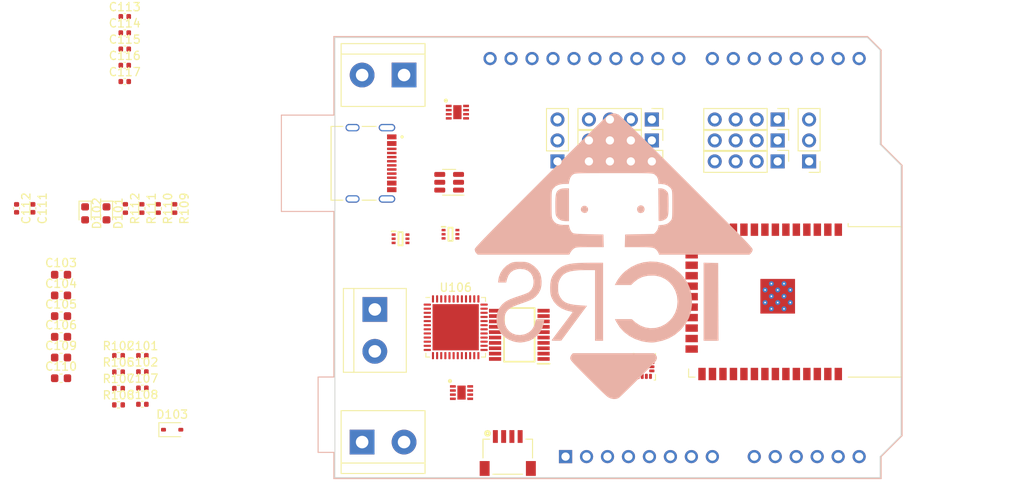
<source format=kicad_pcb>
(kicad_pcb (version 20221018) (generator pcbnew)
  (layers (0 "F.Cu" signal) (1 "In1.Cu" signal) (2 "In2.Cu" signal) (31 "B.Cu" signal) (34 "B.Paste" user) (35 "F.Paste" user) (36 "B.SilkS" user "B.Silkscreen") (37 "F.SilkS" user "F.Silkscreen") (38 "B.Mask" user) (39 "F.Mask" user) (44 "Edge.Cuts" user))
  (net 0 "")
  (net 16 "GND")
  (net 17 "/5V_BST")
  (net 18 "/5V_SW")
  (net 19 "+5V")
  (net 20 "/3V3_BST")
  (net 21 "/3V3_SW")
  (net 22 "+3.3V")
  (net 23 "VBUS")
  (net 24 "/5V_FB")
  (net 25 "/3V3_FB")
  (net 26 "USB_DP")
  (net 27 "USB_DN")
  (net 31 "/CC1")
  (net 32 "/CC2")
  (net 33 "EN")
  (net 34 "+BATT")
  (net 35 "SDA")
  (net 36 "SCL")
  (net 37 "/5V_LED_K")
  (net 38 "/3V3_LED_K")
  (net 39 "VBUS{slash}2")
  (net 40 "BATT{slash}4")
  (net 41 "IMU_INT1")
  (net 42 "IMU_INT2")
  (net 45 "ESP32_RX")
  (net 46 "ESP32_TX")
  (net 47 "GPIO5")
  (net 48 "GPIO23")
  (net 49 "GPIO19")
  (net 50 "GPIO18")
  (net 51 "/M1_OUT1")
  (net 52 "GPIO32")
  (net 53 "GPIO33")
  (net 54 "GPIO25")
  (net 55 "GPIO26")
  (net 56 "GPIO27")
  (net 57 "GPIO14")
  (net 58 "GPIO12")
  (net 59 "GPIO13")
  (net 66 "GPIO15")
  (net 67 "GPIO2")
  (net 68 "IO0")
  (net 69 "GPIO4")
  (net 70 "GPIO16")
  (net 71 "GPIO17")
  (net 73 "/M1_OUT2")
  (net 74 "M1_IN2")
  (net 75 "M1_IN1")
  (net 76 "MOTOR_SLEEP")
  (net 77 "/M2_OUT1")
  (net 78 "/M2_OUT2")
  (net 79 "M2_IN2")
  (net 80 "M2_IN1")
  (net 81 "S0")
  (net 82 "S1")
  (net 83 "S2")
  (net 84 "S3")
  (net 85 "S4")
  (net 86 "S5")
  (net 87 "S6")
  (net 88 "S7")
  (net 89 "VDDIO1")
  (net 90 "VDDIO2")
  (net 91 "+3V3")
  (net 100 "SWDIO")
  (net 101 "SWCLK")
  (footprint "Connector_PinHeader_2.54mm:PinHeader_1x04_P2.54mm_Vertical" (layer "F.Cu") (at 161.29 74.93 -90)
    (fp_text reference "J106" hide)
    (fp_text value "Conn_01x04" hide)
    (pad "1" thru_hole rect (at 0 0 270) (size 1.7 1.7) (drill 1) (layers "*.Cu" "*.Mask") (net 89 "VDDIO1"))
    (pad "2" thru_hole oval (at 0 2.54 270) (size 1.7 1.7) (drill 1) (layers "*.Cu" "*.Mask") (net 89 "VDDIO1"))
    (pad "3" thru_hole oval (at 0 5.08 270) (size 1.7 1.7) (drill 1) (layers "*.Cu" "*.Mask") (net 89 "VDDIO1"))
    (pad "4" thru_hole oval (at 0 7.62 270) (size 1.7 1.7) (drill 1) (layers "*.Cu" "*.Mask") (net 89 "VDDIO1"))
  )
  (footprint "Capacitor_SMD:C_0402_1005Metric" (layer "F.Cu") (at 82.21 67.79)
    (fp_text reference "C117" (at 0 -1.16) (layer "F.SilkS"))
    (fp_text value "100n")
    (pad "1" smd roundrect (at -0.48 0) (size 0.56 0.62) (layers "F.Cu" "F.Paste" "F.Mask") (net 22 "+3.3V"))
    (pad "2" smd roundrect (at 0.48 0) (size 0.56 0.62) (layers "F.Cu" "F.Paste" "F.Mask") (net 16 "GND"))
  )
  (footprint "Capacitor_SMD:C_0402_1005Metric" (layer "F.Cu") (at 82.21 65.82)
    (fp_text reference "C116" (at 0 -1.16) (layer "F.SilkS"))
    (fp_text value "100n")
    (pad "1" smd roundrect (at -0.48 0) (size 0.56 0.62) (layers "F.Cu" "F.Paste" "F.Mask") (net 34 "+BATT"))
    (pad "2" smd roundrect (at 0.48 0) (size 0.56 0.62) (layers "F.Cu" "F.Paste" "F.Mask") (net 16 "GND"))
  )
  (footprint "Package_LGA:LGA-14_3x2.5mm_P0.5mm_LayoutBorder3x4y" (layer "F.Cu") (at 145.1375 102.37 -90)
    (fp_text reference "U104" hide)
    (fp_text value "LSM6DS3" hide)
    (pad "1" smd roundrect (at -1.1625 -0.75 270) (size 0.625 0.35) (layers "F.Cu" "F.Paste" "F.Mask") (net 16 "GND"))
    (pad "2" smd roundrect (at -1.1625 -0.25 270) (size 0.625 0.35) (layers "F.Cu" "F.Paste" "F.Mask") (net 16 "GND"))
    (pad "3" smd roundrect (at -1.1625 0.25 270) (size 0.625 0.35) (layers "F.Cu" "F.Paste" "F.Mask") (net 16 "GND"))
    (pad "4" smd roundrect (at -1.1625 0.75 270) (size 0.625 0.35) (layers "F.Cu" "F.Paste" "F.Mask") (net 41 "IMU_INT1"))
    (pad "5" smd roundrect (at -0.5 0.9125 270) (size 0.35 0.625) (layers "F.Cu" "F.Paste" "F.Mask") (net 22 "+3.3V"))
    (pad "6" smd roundrect (at 0 0.9125 270) (size 0.35 0.625) (layers "F.Cu" "F.Paste" "F.Mask") (net 16 "GND"))
    (pad "7" smd roundrect (at 0.5 0.9125 270) (size 0.35 0.625) (layers "F.Cu" "F.Paste" "F.Mask") (net 16 "GND"))
    (pad "8" smd roundrect (at 1.1625 0.75 270) (size 0.625 0.35) (layers "F.Cu" "F.Paste" "F.Mask") (net 22 "+3.3V"))
    (pad "9" smd roundrect (at 1.1625 0.25 270) (size 0.625 0.35) (layers "F.Cu" "F.Paste" "F.Mask") (net 42 "IMU_INT2"))
    (pad "10" smd roundrect (at 1.1625 -0.25 270) (size 0.625 0.35) (layers "F.Cu" "F.Paste" "F.Mask"))
    (pad "11" smd roundrect (at 1.1625 -0.75 270) (size 0.625 0.35) (layers "F.Cu" "F.Paste" "F.Mask"))
    (pad "12" smd roundrect (at 0.5 -0.9125 270) (size 0.35 0.625) (layers "F.Cu" "F.Paste" "F.Mask") (net 22 "+3.3V"))
    (pad "13" smd roundrect (at 0 -0.9125 270) (size 0.35 0.625) (layers "F.Cu" "F.Paste" "F.Mask") (net 36 "SCL"))
    (pad "14" smd roundrect (at -0.5 -0.9125 270) (size 0.35 0.625) (layers "F.Cu" "F.Paste" "F.Mask") (net 35 "SDA"))
  )
  (footprint "101 Footprints:SOP65P640X120-20N" (layer "F.Cu") (at 130 98.5 180)
    (fp_text reference "U102" hide)
    (fp_text value "STM32G030F6P6" hide)
    (pad "1" smd rect (at -2.938 -2.925 270) (size 0.45 1.475) (layers "F.Cu" "F.Paste" "F.Mask") (net 35 "SDA"))
    (pad "2" smd rect (at -2.938 -2.275 270) (size 0.45 1.475) (layers "F.Cu" "F.Paste" "F.Mask") (net 36 "SCL"))
    (pad "3" smd rect (at -2.938 -1.625 270) (size 0.45 1.475) (layers "F.Cu" "F.Paste" "F.Mask") (net 76 "MOTOR_SLEEP"))
    (pad "4" smd rect (at -2.938 -0.975 270) (size 0.45 1.475) (layers "F.Cu" "F.Paste" "F.Mask") (net 22 "+3.3V"))
    (pad "5" smd rect (at -2.938 -0.325 270) (size 0.45 1.475) (layers "F.Cu" "F.Paste" "F.Mask") (net 16 "GND"))
    (pad "6" smd rect (at -2.938 0.325 270) (size 0.45 1.475) (layers "F.Cu" "F.Paste" "F.Mask") (net 33 "EN"))
    (pad "7" smd rect (at -2.938 0.975 270) (size 0.45 1.475) (layers "F.Cu" "F.Paste" "F.Mask"))
    (pad "8" smd rect (at -2.938 1.625 270) (size 0.45 1.475) (layers "F.Cu" "F.Paste" "F.Mask"))
    (pad "9" smd rect (at -2.938 2.275 270) (size 0.45 1.475) (layers "F.Cu" "F.Paste" "F.Mask"))
    (pad "10" smd rect (at -2.938 2.925 270) (size 0.45 1.475) (layers "F.Cu" "F.Paste" "F.Mask"))
    (pad "11" smd rect (at 2.938 2.925 270) (size 0.45 1.475) (layers "F.Cu" "F.Paste" "F.Mask"))
    (pad "12" smd rect (at 2.938 2.275 270) (size 0.45 1.475) (layers "F.Cu" "F.Paste" "F.Mask"))
    (pad "13" smd rect (at 2.938 1.625 270) (size 0.45 1.475) (layers "F.Cu" "F.Paste" "F.Mask"))
    (pad "14" smd rect (at 2.938 0.975 270) (size 0.45 1.475) (layers "F.Cu" "F.Paste" "F.Mask"))
    (pad "15" smd rect (at 2.938 0.325 270) (size 0.45 1.475) (layers "F.Cu" "F.Paste" "F.Mask") (net 79 "M2_IN2"))
    (pad "16" smd rect (at 2.938 -0.325 270) (size 0.45 1.475) (layers "F.Cu" "F.Paste" "F.Mask") (net 80 "M2_IN1"))
    (pad "17" smd rect (at 2.938 -0.975 270) (size 0.45 1.475) (layers "F.Cu" "F.Paste" "F.Mask") (net 74 "M1_IN2"))
    (pad "18" smd rect (at 2.938 -1.625 270) (size 0.45 1.475) (layers "F.Cu" "F.Paste" "F.Mask") (net 100 "SWDIO"))
    (pad "19" smd rect (at 2.938 -2.275 270) (size 0.45 1.475) (layers "F.Cu" "F.Paste" "F.Mask") (net 101 "SWCLK"))
    (pad "20" smd rect (at 2.938 -2.925 270) (size 0.45 1.475) (layers "F.Cu" "F.Paste" "F.Mask") (net 75 "M1_IN1"))
  )
  (footprint "Capacitor_SMD:C_0603_1608Metric" (layer "F.Cu") (at 74.495 96.23)
    (fp_text reference "C105" (at 0 -1.43) (layer "F.SilkS"))
    (fp_text value "22u")
    (pad "1" smd roundrect (at -0.775 0) (size 0.9 0.95) (layers "F.Cu" "F.Paste" "F.Mask") (net 34 "+BATT"))
    (pad "2" smd roundrect (at 0.775 0) (size 0.9 0.95) (layers "F.Cu" "F.Paste" "F.Mask") (net 16 "GND"))
  )
  (footprint "Capacitor_SMD:C_0402_1005Metric" (layer "F.Cu") (at 84.345 104.95)
    (fp_text reference "C107" (at 0 -1.16) (layer "F.SilkS"))
    (fp_text value "100n")
    (pad "1" smd roundrect (at -0.48 0) (size 0.56 0.62) (layers "F.Cu" "F.Paste" "F.Mask") (net 19 "+5V"))
    (pad "2" smd roundrect (at 0.48 0) (size 0.56 0.62) (layers "F.Cu" "F.Paste" "F.Mask") (net 16 "GND"))
  )
  (footprint "101 Footprints:HRO_TYPE-C-31-M-12" (layer "F.Cu") (at 109.8 77.7 -90)
    (fp_text reference "J101" hide)
    (fp_text value "TYPE-C-31-M-12" hide)
    (pad "" np_thru_hole circle locked (at -2.89 -3.68 270) (size 0.6 0.6) (drill 0.6) (layers "*.Cu" "*.Mask"))
    (pad "" np_thru_hole circle locked (at 2.89 -3.68 270) (size 0.6 0.6) (drill 0.6) (layers "*.Cu" "*.Mask"))
    (pad "A1_B12" smd rect locked (at -3.2 -4.75 270) (size 0.6 1.14) (layers "F.Cu" "F.Paste") (net 16 "GND"))
    (pad "A4_B9" smd rect locked (at -2.4 -4.75 270) (size 0.6 1.14) (layers "F.Cu" "F.Paste") (net 23 "VBUS"))
    (pad "A5" smd rect locked (at -1.25 -4.75 270) (size 0.3 1.14) (layers "F.Cu" "F.Paste") (net 31 "/CC1"))
    (pad "A6" smd rect locked (at -0.25 -4.75 270) (size 0.3 1.14) (layers "F.Cu" "F.Paste") (net 26 "USB_DP"))
    (pad "A7" smd rect locked (at 0.25 -4.75 270) (size 0.3 1.14) (layers "F.Cu" "F.Paste") (net 27 "USB_DN"))
    (pad "A8" smd rect locked (at 1.25 -4.75 270) (size 0.3 1.14) (layers "F.Cu" "F.Paste"))
    (pad "B1_A12" smd rect locked (at 3.2 -4.75 270) (size 0.6 1.14) (layers "F.Cu" "F.Paste") (net 16 "GND"))
    (pad "B4_A9" smd rect locked (at 2.4 -4.75 270) (size 0.6 1.14) (layers "F.Cu" "F.Paste") (net 23 "VBUS"))
    (pad "B5" smd rect locked (at 1.75 -4.75 270) (size 0.3 1.14) (layers "F.Cu" "F.Paste") (net 32 "/CC2"))
    (pad "B6" smd rect locked (at 0.75 -4.75 270) (size 0.3 1.14) (layers "F.Cu" "F.Paste") (net 26 "USB_DP"))
    (pad "B7" smd rect locked (at -0.75 -4.75 270) (size 0.3 1.14) (layers "F.Cu" "F.Paste") (net 27 "USB_DN"))
    (pad "B8" smd rect locked (at -1.75 -4.75 270) (size 0.3 1.14) (layers "F.Cu" "F.Paste"))
    (pad "S1" thru_hole oval locked (at -4.325 -4.17 270) (size 0.9 2) (drill oval 0.6 1.7) (layers "*.Cu" "*.Mask"))
    (pad "S2" thru_hole oval locked (at 4.325 -4.17 270) (size 0.9 2) (drill oval 0.6 1.7) (layers "*.Cu" "*.Mask"))
    (pad "S3" thru_hole oval locked (at -4.325 0 270) (size 0.9 1.7) (drill oval 0.6 1.4) (layers "*.Cu" "*.Mask"))
    (pad "S4" thru_hole oval locked (at 4.325 0 270) (size 0.9 1.7) (drill oval 0.6 1.4) (layers "*.Cu" "*.Mask"))
  )
  (footprint "Connector_PinHeader_2.54mm:PinHeader_1x04_P2.54mm_Vertical" (layer "F.Cu") (at 161.29 72.39 -90)
    (fp_text reference "J108" hide)
    (fp_text value "Conn_01x04" hide)
    (pad "1" thru_hole rect (at 0 0 270) (size 1.7 1.7) (drill 1) (layers "*.Cu" "*.Mask") (net 16 "GND"))
    (pad "2" thru_hole oval (at 0 2.54 270) (size 1.7 1.7) (drill 1) (layers "*.Cu" "*.Mask") (net 16 "GND"))
    (pad "3" thru_hole oval (at 0 5.08 270) (size 1.7 1.7) (drill 1) (layers "*.Cu" "*.Mask") (net 16 "GND"))
    (pad "4" thru_hole oval (at 0 7.62 270) (size 1.7 1.7) (drill 1) (layers "*.Cu" "*.Mask") (net 16 "GND"))
  )
  (footprint "101 Footprints:SON50P200X200X80-9N" (layer "F.Cu") (at 122.5 71.5)
    (fp_text reference "IC105" hide)
    (fp_text value "DRV8837DSGR" hide)
    (pad "1" smd rect (at -1.05 -0.75 90) (size 0.3 0.7) (layers "F.Cu" "F.Paste" "F.Mask") (net 34 "+BATT"))
    (pad "2" smd rect (at -1.05 -0.25 90) (size 0.3 0.7) (layers "F.Cu" "F.Paste" "F.Mask") (net 77 "/M2_OUT1"))
    (pad "3" smd rect (at -1.05 0.25 90) (size 0.3 0.7) (layers "F.Cu" "F.Paste" "F.Mask") (net 78 "/M2_OUT2"))
    (pad "4" smd rect (at -1.05 0.75 90) (size 0.3 0.7) (layers "F.Cu" "F.Paste" "F.Mask") (net 16 "GND"))
    (pad "5" smd rect (at 1.05 0.75 90) (size 0.3 0.7) (layers "F.Cu" "F.Paste" "F.Mask") (net 79 "M2_IN2"))
    (pad "6" smd rect (at 1.05 0.25 90) (size 0.3 0.7) (layers "F.Cu" "F.Paste" "F.Mask") (net 80 "M2_IN1"))
    (pad "7" smd rect (at 1.05 -0.25 90) (size 0.3 0.7) (layers "F.Cu" "F.Paste" "F.Mask") (net 76 "MOTOR_SLEEP"))
    (pad "8" smd rect (at 1.05 -0.75 90) (size 0.3 0.7) (layers "F.Cu" "F.Paste" "F.Mask") (net 22 "+3.3V"))
    (pad "9" smd rect (at 0 0) (size 1 1.7) (layers "F.Cu" "F.Paste" "F.Mask") (net 16 "GND"))
  )
  (footprint "101 Footprints:SOTFL50P160X60-6N" (layer "F.Cu") (at 115.612 86.85)
    (fp_text reference "IC101" hide)
    (fp_text value "TPS563202DRLR" hide)
    (pad "1" smd rect (at -0.838 -0.5 90) (size 0.3 0.475) (layers "F.Cu" "F.Paste" "F.Mask") (net 34 "+BATT"))
    (pad "2" smd rect (at -0.838 0 90) (size 0.3 0.475) (layers "F.Cu" "F.Paste" "F.Mask") (net 18 "/5V_SW"))
    (pad "3" smd rect (at -0.838 0.5 90) (size 0.3 0.475) (layers "F.Cu" "F.Paste" "F.Mask") (net 16 "GND"))
    (pad "4" smd rect (at 0.838 0.5 90) (size 0.3 0.475) (layers "F.Cu" "F.Paste" "F.Mask") (net 17 "/5V_BST"))
    (pad "5" smd rect (at 0.838 0 90) (size 0.3 0.475) (layers "F.Cu" "F.Paste" "F.Mask") (net 34 "+BATT"))
    (pad "6" smd rect (at 0.838 -0.5 90) (size 0.3 0.475) (layers "F.Cu" "F.Paste" "F.Mask") (net 24 "/5V_FB"))
  )
  (footprint "Resistor_SMD:R_0402_1005Metric" (layer "F.Cu") (at 88.2575 83.18 -90)
    (fp_text reference "R109" (at 0 -1.17 90) (layer "F.SilkS"))
    (fp_text value "10k")
    (pad "1" smd roundrect (at -0.51 0 270) (size 0.54 0.64) (layers "F.Cu" "F.Paste" "F.Mask") (net 23 "VBUS"))
    (pad "2" smd roundrect (at 0.51 0 270) (size 0.54 0.64) (layers "F.Cu" "F.Paste" "F.Mask") (net 39 "VBUS{slash}2"))
  )
  (footprint "Capacitor_SMD:C_0402_1005Metric" (layer "F.Cu") (at 69.1075 83.16 -90)
    (fp_text reference "C112" (at 0 -1.16 90) (layer "F.SilkS"))
    (fp_text value "100n")
    (pad "1" smd roundrect (at -0.48 0 270) (size 0.56 0.62) (layers "F.Cu" "F.Paste" "F.Mask") (net 22 "+3.3V"))
    (pad "2" smd roundrect (at 0.48 0 270) (size 0.56 0.62) (layers "F.Cu" "F.Paste" "F.Mask") (net 16 "GND"))
  )
  (footprint "Connector_PinHeader_2.54mm:PinHeader_1x04_P2.54mm_Vertical" (layer "F.Cu") (at 146.05 72.39 -90)
    (fp_text reference "J109" hide)
    (fp_text value "Conn_01x04" hide)
    (pad "1" thru_hole rect (at 0 0 270) (size 1.7 1.7) (drill 1) (layers "*.Cu" "*.Mask") (net 16 "GND"))
    (pad "2" thru_hole oval (at 0 2.54 270) (size 1.7 1.7) (drill 1) (layers "*.Cu" "*.Mask") (net 16 "GND"))
    (pad "3" thru_hole oval (at 0 5.08 270) (size 1.7 1.7) (drill 1) (layers "*.Cu" "*.Mask") (net 16 "GND"))
    (pad "4" thru_hole oval (at 0 7.62 270) (size 1.7 1.7) (drill 1) (layers "*.Cu" "*.Mask") (net 16 "GND"))
  )
  (footprint "Capacitor_SMD:C_0603_1608Metric" (layer "F.Cu") (at 74.495 98.74)
    (fp_text reference "C106" (at 0 -1.43) (layer "F.SilkS"))
    (fp_text value "22u")
    (pad "1" smd roundrect (at -0.775 0) (size 0.9 0.95) (layers "F.Cu" "F.Paste" "F.Mask") (net 19 "+5V"))
    (pad "2" smd roundrect (at 0.775 0) (size 0.9 0.95) (layers "F.Cu" "F.Paste" "F.Mask") (net 16 "GND"))
  )
  (footprint "Connector_PinHeader_2.54mm:PinHeader_1x03_P2.54mm_Vertical" (layer "F.Cu") (at 134.62 77.47 180)
    (fp_text reference "JP102" hide)
    (fp_text value "Jumper_3_Bridged12" hide)
    (pad "1" thru_hole rect (at 0 0 180) (size 1.7 1.7) (drill 1) (layers "*.Cu" "*.Mask") (net 91 "+3V3"))
    (pad "2" thru_hole oval (at 0 2.54 180) (size 1.7 1.7) (drill 1) (layers "*.Cu" "*.Mask") (net 90 "VDDIO2"))
    (pad "3" thru_hole oval (at 0 5.08 180) (size 1.7 1.7) (drill 1) (layers "*.Cu" "*.Mask") (net 19 "+5V"))
  )
  (footprint "Resistor_SMD:R_0402_1005Metric" (layer "F.Cu") (at 84.2775 83.18 -90)
    (fp_text reference "R111" (at 0 -1.17 90) (layer "F.SilkS"))
    (fp_text value "10k")
    (pad "1" smd roundrect (at -0.51 0 270) (size 0.54 0.64) (layers "F.Cu" "F.Paste" "F.Mask") (net 34 "+BATT"))
    (pad "2" smd roundrect (at 0.51 0 270) (size 0.54 0.64) (layers "F.Cu" "F.Paste" "F.Mask") (net 40 "BATT{slash}4"))
  )
  (footprint "Capacitor_SMD:C_0402_1005Metric" (layer "F.Cu") (at 84.345 102.98)
    (fp_text reference "C102" (at 0 -1.16) (layer "F.SilkS"))
    (fp_text value "100n")
    (pad "1" smd roundrect (at -0.48 0) (size 0.56 0.62) (layers "F.Cu" "F.Paste" "F.Mask") (net 34 "+BATT"))
    (pad "2" smd roundrect (at 0.48 0) (size 0.56 0.62) (layers "F.Cu" "F.Paste" "F.Mask") (net 16 "GND"))
  )
  (footprint "RF_Module:ESP32-WROOM-32" (layer "F.Cu") (at 160.385 94.5 -90)
    (fp_text reference "U101" hide)
    (fp_text value "ESP32-WROOM-32" hide)
    (pad "1" smd rect locked (at -8.75 -8.25 270) (size 1.5 0.9) (layers "F.Cu" "F.Paste" "F.Mask") (net 16 "GND"))
    (pad "2" smd rect locked (at -8.75 -6.98 270) (size 1.5 0.9) (layers "F.Cu" "F.Paste" "F.Mask") (net 22 "+3.3V"))
    (pad "3" smd rect locked (at -8.75 -5.71 270) (size 1.5 0.9) (layers "F.Cu" "F.Paste" "F.Mask") (net 33 "EN"))
    (pad "4" smd rect locked (at -8.75 -4.44 270) (size 1.5 0.9) (layers "F.Cu" "F.Paste" "F.Mask") (net 40 "BATT{slash}4"))
    (pad "5" smd rect locked (at -8.75 -3.17 270) (size 1.5 0.9) (layers "F.Cu" "F.Paste" "F.Mask") (net 39 "VBUS{slash}2"))
    (pad "6" smd rect locked (at -8.75 -1.9 270) (size 1.5 0.9) (layers "F.Cu" "F.Paste" "F.Mask") (net 41 "IMU_INT1"))
    (pad "7" smd rect locked (at -8.75 -0.63 270) (size 1.5 0.9) (layers "F.Cu" "F.Paste" "F.Mask") (net 42 "IMU_INT2"))
    (pad "8" smd rect locked (at -8.75 0.64 270) (size 1.5 0.9) (layers "F.Cu" "F.Paste" "F.Mask") (net 52 "GPIO32"))
    (pad "9" smd rect locked (at -8.75 1.91 270) (size 1.5 0.9) (layers "F.Cu" "F.Paste" "F.Mask") (net 53 "GPIO33"))
    (pad "10" smd rect locked (at -8.75 3.18 270) (size 1.5 0.9) (layers "F.Cu" "F.Paste" "F.Mask") (net 54 "GPIO25"))
    (pad "11" smd rect locked (at -8.75 4.45 270) (size 1.5 0.9) (layers "F.Cu" "F.Paste" "F.Mask") (net 55 "GPIO26"))
    (pad "12" smd rect locked (at -8.75 5.72 270) (size 1.5 0.9) (layers "F.Cu" "F.Paste" "F.Mask") (net 56 "GPIO27"))
    (pad "13" smd rect locked (at -8.75 6.99 270) (size 1.5 0.9) (layers "F.Cu" "F.Paste" "F.Mask") (net 57 "GPIO14"))
    (pad "14" smd rect locked (at -8.75 8.26 270) (size 1.5 0.9) (layers "F.Cu" "F.Paste" "F.Mask") (net 58 "GPIO12"))
    (pad "15" smd rect locked (at -5.71 9.51) (size 1.5 0.9) (layers "F.Cu" "F.Paste" "F.Mask") (net 16 "GND"))
    (pad "16" smd rect locked (at -4.44 9.51) (size 1.5 0.9) (layers "F.Cu" "F.Paste" "F.Mask") (net 59 "GPIO13"))
    (pad "17" smd rect locked (at -3.17 9.51) (size 1.5 0.9) (layers "F.Cu" "F.Paste" "F.Mask"))
    (pad "18" smd rect locked (at -1.9 9.51) (size 1.5 0.9) (layers "F.Cu" "F.Paste" "F.Mask"))
    (pad "19" smd rect locked (at -0.63 9.51) (size 1.5 0.9) (layers "F.Cu" "F.Paste" "F.Mask"))
    (pad "20" smd rect locked (at 0.64 9.51) (size 1.5 0.9) (layers "F.Cu" "F.Paste" "F.Mask"))
    (pad "21" smd rect locked (at 1.91 9.51) (size 1.5 0.9) (layers "F.Cu" "F.Paste" "F.Mask"))
    (pad "22" smd rect locked (at 3.18 9.51) (size 1.5 0.9) (layers "F.Cu" "F.Paste" "F.Mask"))
    (pad "23" smd rect locked (at 4.45 9.51) (size 1.5 0.9) (layers "F.Cu" "F.Paste" "F.Mask") (net 66 "GPIO15"))
    (pad "24" smd rect locked (at 5.72 9.51) (size 1.5 0.9) (layers "F.Cu" "F.Paste" "F.Mask") (net 67 "GPIO2"))
    (pad "25" smd rect locked (at 8.75 8.26 270) (size 1.5 0.9) (layers "F.Cu" "F.Paste" "F.Mask") (net 68 "IO0"))
    (pad "26" smd rect locked (at 8.75 6.99 270) (size 1.5 0.9) (layers "F.Cu" "F.Paste" "F.Mask") (net 69 "GPIO4"))
    (pad "27" smd rect locked (at 8.75 5.72 270) (size 1.5 0.9) (layers "F.Cu" "F.Paste" "F.Mask") (net 70 "GPIO16"))
    (pad "28" smd rect locked (at 8.75 4.45 270) (size 1.5 0.9) (layers "F.Cu" "F.Paste" "F.Mask") (net 71 "GPIO17"))
    (pad "29" smd rect locked (at 8.75 3.18 270) (size 1.5 0.9) (layers "F.Cu" "F.Paste" "F.Mask") (net 47 "GPIO5"))
    (pad "30" smd rect locked (at 8.75 1.91 270) (size 1.5 0.9) (layers "F.Cu" "F.Paste" "F.Mask") (net 50 "GPIO18"))
    (pad "31" smd rect locked (at 8.75 0.64 270) (size 1.5 0.9) (layers "F.Cu" "F.Paste" "F.Mask") (net 49 "GPIO19"))
    (pad "32" smd rect locked (at 8.75 -0.63 270) (size 1.5 0.9) (layers "F.Cu" "F.Paste" "F.Mask"))
    (pad "33" smd rect locked (at 8.75 -1.9 270) (size 1.5 0.9) (layers "F.Cu" "F.Paste" "F.Mask") (net 35 "SDA"))
    (pad "34" smd rect locked (at 8.75 -3.17 270) (size 1.5 0.9) (layers "F.Cu" "F.Paste" "F.Mask") (net 45 "ESP32_RX"))
    (pad "35" smd rect locked (at 8.75 -4.44 270) (size 1.5 0.9) (layers "F.Cu" "F.Paste" "F.Mask") (net 46 "ESP32_TX"))
    (pad "36" smd rect locked (at 8.75 -5.71 270) (size 1.5 0.9) (layers "F.Cu" "F.Paste" "F.Mask") (net 36 "SCL"))
    (pad "37" smd rect locked (at 8.75 -6.98 270) (size 1.5 0.9) (layers "F.Cu" "F.Paste" "F.Mask") (net 48 "GPIO23"))
    (pad "38" smd rect locked (at 8.75 -8.25 270) (size 1.5 0.9) (layers "F.Cu" "F.Paste" "F.Mask") (net 16 "GND"))
    (pad "39" smd rect locked (at -2.205 -2.435 270) (size 1.05 1.05) (layers "F.Cu" "F.Paste") (net 16 "GND"))
    (pad "39" thru_hole circle locked (at -2.205 -1.6725 270) (size 0.6 0.6) (drill 0.2) (property pad_prop_heatsink) (layers "*.Cu" "F.Mask") (net 16 "GND"))
    (pad "39" smd rect locked (at -2.205 -0.91 270) (size 1.05 1.05) (layers "F.Cu" "F.Paste") (net 16 "GND"))
    (pad "39" thru_hole circle locked (at -2.205 -0.1475 270) (size 0.6 0.6) (drill 0.2) (property pad_prop_heatsink) (layers "*.Cu" "F.Mask") (net 16 "GND"))
    (pad "39" smd rect locked (at -2.205 0.615 270) (size 1.05 1.05) (layers "F.Cu" "F.Paste") (net 16 "GND"))
    (pad "39" thru_hole circle locked (at -1.4425 -2.435 270) (size 0.6 0.6) (drill 0.2) (property pad_prop_heatsink) (layers "*.Cu" "F.Mask") (net 16 "GND"))
    (pad "39" thru_hole circle locked (at -1.4425 -0.91 270) (size 0.6 0.6) (drill 0.2) (property pad_prop_heatsink) (layers "*.Cu" "F.Mask") (net 16 "GND"))
    (pad "39" thru_hole circle locked (at -1.4425 0.615 270) (size 0.6 0.6) (drill 0.2) (property pad_prop_heatsink) (layers "*.Cu" "F.Mask") (net 16 "GND"))
    (pad "39" smd rect locked (at -0.68 -2.435 270) (size 1.05 1.05) (layers "F.Cu" "F.Paste") (net 16 "GND"))
    (pad "39" thru_hole circle locked (at -0.68 -1.6725 270) (size 0.6 0.6) (drill 0.2) (property pad_prop_heatsink) (layers "*.Cu" "F.Mask") (net 16 "GND"))
    (pad "39" smd rect locked (at -0.68 -0.91 270) (size 1.05 1.05) (layers "F.Cu" "F.Paste") (net 16 "GND"))
    (pad "39" smd rect locked (at -0.68 -0.91 270) (size 4.2 4.2) (layers "F.Cu" "F.Mask") (net 16 "GND"))
    (pad "39" thru_hole circle locked (at -0.68 -0.1475 270) (size 0.6 0.6) (drill 0.2) (property pad_prop_heatsink) (layers "*.Cu" "F.Mask") (net 16 "GND"))
    (pad "39" smd rect locked (at -0.68 0.615 270) (size 1.05 1.05) (layers "F.Cu" "F.Paste") (net 16 "GND"))
    (pad "39" thru_hole circle locked (at 0.0825 -2.435 270) (size 0.6 0.6) (drill 0.2) (property pad_prop_heatsink) (layers "*.Cu" "F.Mask") (net 16 "GND"))
    (pad "39" thru_hole circle locked (at 0.0825 -0.91 270) (size 0.6 0.6) (drill 0.2) (property pad_prop_heatsink) (layers "*.Cu" "F.Mask") (net 16 "GND"))
    (pad "39" thru_hole circle locked (at 0.0825 0.615 270) (size 0.6 0.6) (drill 0.2) (property pad_prop_heatsink) (layers "*.Cu" "F.Mask") (net 16 "GND"))
    (pad "39" smd rect locked (at 0.845 -2.435 270) (size 1.05 1.05) (layers "F.Cu" "F.Paste") (net 16 "GND"))
    (pad "39" thru_hole circle locked (at 0.845 -1.6725 270) (size 0.6 0.6) (drill 0.2) (property pad_prop_heatsink) (layers "*.Cu" "F.Mask") (net 16 "GND"))
    (pad "39" smd rect locked (at 0.845 -0.91 270) (size 1.05 1.05) (layers "F.Cu" "F.Paste") (net 16 "GND"))
    (pad "39" thru_hole circle locked (at 0.845 -0.1475 270) (size 0.6 0.6) (drill 0.2) (property pad_prop_heatsink) (layers "*.Cu" "F.Mask") (net 16 "GND"))
    (pad "39" smd rect locked (at 0.845 0.615 270) (size 1.05 1.05) (layers "F.Cu" "F.Paste") (net 16 "GND"))
  )
  (footprint "Capacitor_SMD:C_0402_1005Metric" (layer "F.Cu") (at 82.21 59.91)
    (fp_text reference "C113" (at 0 -1.16) (layer "F.SilkS"))
    (fp_text value "100n")
    (pad "1" smd roundrect (at -0.48 0) (size 0.56 0.62) (layers "F.Cu" "F.Paste" "F.Mask") (net 22 "+3.3V"))
    (pad "2" smd roundrect (at 0.48 0) (size 0.56 0.62) (layers "F.Cu" "F.Paste" "F.Mask") (net 16 "GND"))
  )
  (footprint "footprints:JST_SM04B-SRSS-TB(LF)(SN)" (layer "F.Cu") (at 128.6 110.825)
    (fp_text reference "J111" hide)
    (fp_text value "SM04B-SRSS-TB(LF)(SN)" hide)
    (pad "1" smd rect (at -1.5 0) (size 0.6 1.55) (layers "F.Cu" "F.Paste" "F.Mask") (net 16 "GND"))
    (pad "2" smd rect (at -0.5 0) (size 0.6 1.55) (layers "F.Cu" "F.Paste" "F.Mask") (net 91 "+3V3"))
    (pad "3" smd rect (at 0.5 0) (size 0.6 1.55) (layers "F.Cu" "F.Paste" "F.Mask") (net 35 "SDA"))
    (pad "4" smd rect (at 1.5 0) (size 0.6 1.55) (layers "F.Cu" "F.Paste" "F.Mask") (net 36 "SCL"))
    (pad "S1" smd rect (at -2.8 3.875 180) (size 1.2 1.8) (layers "F.Cu" "F.Paste" "F.Mask"))
    (pad "S2" smd rect (at 2.8 3.875 180) (size 1.2 1.8) (layers "F.Cu" "F.Paste" "F.Mask"))
  )
  (footprint "LED_SMD:LED_0603_1608Metric" (layer "F.Cu") (at 79.9975 83.77 -90)
    (fp_text reference "D101" (at 0 -1.43 90) (layer "F.SilkS"))
    (fp_text value "GREEN")
    (pad "1" smd roundrect (at -0.7875 0 270) (size 0.875 0.95) (layers "F.Cu" "F.Paste" "F.Mask") (net 37 "/5V_LED_K"))
    (pad "2" smd roundrect (at 0.7875 0 270) (size 0.875 0.95) (layers "F.Cu" "F.Paste" "F.Mask") (net 19 "+5V"))
  )
  (footprint "Connector_PinHeader_2.54mm:PinHeader_1x04_P2.54mm_Vertical" (layer "F.Cu") (at 146.05 77.47 -90)
    (fp_text reference "J105" hide)
    (fp_text value "Conn_01x04" hide)
    (pad "1" thru_hole rect (at 0 0 270) (size 1.7 1.7) (drill 1) (layers "*.Cu" "*.Mask") (net 85 "S4"))
    (pad "2" thru_hole oval (at 0 2.54 270) (size 1.7 1.7) (drill 1) (layers "*.Cu" "*.Mask") (net 86 "S5"))
    (pad "3" thru_hole oval (at 0 5.08 270) (size 1.7 1.7) (drill 1) (layers "*.Cu" "*.Mask") (net 87 "S6"))
    (pad "4" thru_hole oval (at 0 7.62 270) (size 1.7 1.7) (drill 1) (layers "*.Cu" "*.Mask") (net 88 "S7"))
  )
  (footprint "Resistor_SMD:R_0402_1005Metric" (layer "F.Cu") (at 86.2675 83.18 -90)
    (fp_text reference "R110" (at 0 -1.17 90) (layer "F.SilkS"))
    (fp_text value "10k")
    (pad "1" smd roundrect (at -0.51 0 270) (size 0.54 0.64) (layers "F.Cu" "F.Paste" "F.Mask") (net 39 "VBUS{slash}2"))
    (pad "2" smd roundrect (at 0.51 0 270) (size 0.54 0.64) (layers "F.Cu" "F.Paste" "F.Mask") (net 16 "GND"))
  )
  (footprint "Capacitor_SMD:C_0603_1608Metric" (layer "F.Cu") (at 74.495 93.72)
    (fp_text reference "C104" (at 0 -1.43) (layer "F.SilkS"))
    (fp_text value "22u")
    (pad "1" smd roundrect (at -0.775 0) (size 0.9 0.95) (layers "F.Cu" "F.Paste" "F.Mask") (net 19 "+5V"))
    (pad "2" smd roundrect (at 0.775 0) (size 0.9 0.95) (layers "F.Cu" "F.Paste" "F.Mask") (net 16 "GND"))
  )
  (footprint "TerminalBlock:TerminalBlock_bornier-2_P5.08mm" (layer "F.Cu") (at 110.96 111.5)
    (fp_text reference "J102" hide)
    (fp_text value "Screw_Terminal_01x02" hide)
    (pad "1" thru_hole rect locked (at 0 0) (size 3 3) (drill 1.52) (layers "*.Cu" "*.Mask") (net 51 "/M1_OUT1"))
    (pad "2" thru_hole circle locked (at 5.08 0) (size 3 3) (drill 1.52) (layers "*.Cu" "*.Mask") (net 73 "/M1_OUT2"))
  )
  (footprint "Connector_PinHeader_2.54mm:PinHeader_1x04_P2.54mm_Vertical" (layer "F.Cu") (at 146.05 74.93 -90)
    (fp_text reference "J107" hide)
    (fp_text value "Conn_01x04" hide)
    (pad "1" thru_hole rect (at 0 0 270) (size 1.7 1.7) (drill 1) (layers "*.Cu" "*.Mask") (net 90 "VDDIO2"))
    (pad "2" thru_hole oval (at 0 2.54 270) (size 1.7 1.7) (drill 1) (layers "*.Cu" "*.Mask") (net 90 "VDDIO2"))
    (pad "3" thru_hole oval (at 0 5.08 270) (size 1.7 1.7) (drill 1) (layers "*.Cu" "*.Mask") (net 90 "VDDIO2"))
    (pad "4" thru_hole oval (at 0 7.62 270) (size 1.7 1.7) (drill 1) (layers "*.Cu" "*.Mask") (net 90 "VDDIO2"))
  )
  (footprint "Connector_PinHeader_2.54mm:PinHeader_1x04_P2.54mm_Vertical" (layer "F.Cu") (at 161.29 77.47 -90)
    (fp_text reference "J104" hide)
    (fp_text value "Conn_01x04" hide)
    (pad "1" thru_hole rect (at 0 0 270) (size 1.7 1.7) (drill 1) (layers "*.Cu" "*.Mask") (net 81 "S0"))
    (pad "2" thru_hole oval (at 0 2.54 270) (size 1.7 1.7) (drill 1) (layers "*.Cu" "*.Mask") (net 82 "S1"))
    (pad "3" thru_hole oval (at 0 5.08 270) (size 1.7 1.7) (drill 1) (layers "*.Cu" "*.Mask") (net 83 "S2"))
    (pad "4" thru_hole oval (at 0 7.62 270) (size 1.7 1.7) (drill 1) (layers "*.Cu" "*.Mask") (net 84 "S3"))
  )
  (footprint "Resistor_SMD:R_0402_1005Metric" (layer "F.Cu") (at 81.455 106.99)
    (fp_text reference "R108" (at 0 -1.17) (layer "F.SilkS"))
    (fp_text value "5k1")
    (pad "1" smd roundrect (at -0.51 0) (size 0.54 0.64) (layers "F.Cu" "F.Paste" "F.Mask") (net 32 "/CC2"))
    (pad "2" smd roundrect (at 0.51 0) (size 0.54 0.64) (layers "F.Cu" "F.Paste" "F.Mask") (net 16 "GND"))
  )
  (footprint "101 Footprints:SOTFL50P160X60-6N" (layer "F.Cu") (at 121.662 86.3)
    (fp_text reference "IC103" hide)
    (fp_text value "TPS563202DRLR" hide)
    (pad "1" smd rect (at -0.838 -0.5 90) (size 0.3 0.475) (layers "F.Cu" "F.Paste" "F.Mask") (net 19 "+5V"))
    (pad "2" smd rect (at -0.838 0 90) (size 0.3 0.475) (layers "F.Cu" "F.Paste" "F.Mask") (net 21 "/3V3_SW"))
    (pad "3" smd rect (at -0.838 0.5 90) (size 0.3 0.475) (layers "F.Cu" "F.Paste" "F.Mask") (net 16 "GND"))
    (pad "4" smd rect (at 0.838 0.5 90) (size 0.3 0.475) (layers "F.Cu" "F.Paste" "F.Mask") (net 20 "/3V3_BST"))
    (pad "5" smd rect (at 0.838 0 90) (size 0.3 0.475) (layers "F.Cu" "F.Paste" "F.Mask") (net 19 "+5V"))
    (pad "6" smd rect (at 0.838 -0.5 90) (size 0.3 0.475) (layers "F.Cu" "F.Paste" "F.Mask") (net 25 "/3V3_FB"))
  )
  (footprint "Resistor_SMD:R_0402_1005Metric" (layer "F.Cu") (at 81.455 101.02)
    (fp_text reference "R102" (at 0 -1.17) (layer "F.SilkS"))
    (fp_text value "10k")
    (pad "1" smd roundrect (at -0.51 0) (size 0.54 0.64) (layers "F.Cu" "F.Paste" "F.Mask") (net 24 "/5V_FB"))
    (pad "2" smd roundrect (at 0.51 0) (size 0.54 0.64) (layers "F.Cu" "F.Paste" "F.Mask") (net 16 "GND"))
  )
  (footprint "Capacitor_SMD:C_0603_1608Metric" (layer "F.Cu") (at 74.495 91.21)
    (fp_text reference "C103" (at 0 -1.43) (layer "F.SilkS"))
    (fp_text value "22u")
    (pad "1" smd roundrect (at -0.775 0) (size 0.9 0.95) (layers "F.Cu" "F.Paste" "F.Mask") (net 19 "+5V"))
    (pad "2" smd roundrect (at 0.775 0) (size 0.9 0.95) (layers "F.Cu" "F.Paste" "F.Mask") (net 16 "GND"))
  )
  (footprint "Capacitor_SMD:C_0402_1005Metric" (layer "F.Cu") (at 82.21 61.88)
    (fp_text reference "C114" (at 0 -1.16) (layer "F.SilkS"))
    (fp_text value "100n")
    (pad "1" smd roundrect (at -0.48 0) (size 0.56 0.62) (layers "F.Cu" "F.Paste" "F.Mask") (net 34 "+BATT"))
    (pad "2" smd roundrect (at 0.48 0) (size 0.56 0.62) (layers "F.Cu" "F.Paste" "F.Mask") (net 16 "GND"))
  )
  (footprint "Capacitor_SMD:C_0603_1608Metric" (layer "F.Cu") (at 74.495 103.76)
    (fp_text reference "C110" (at 0 -1.43) (layer "F.SilkS"))
    (fp_text value "22u")
    (pad "1" smd roundrect (at -0.775 0) (size 0.9 0.95) (layers "F.Cu" "F.Paste" "F.Mask") (net 22 "+3.3V"))
    (pad "2" smd roundrect (at 0.775 0) (size 0.9 0.95) (layers "F.Cu" "F.Paste" "F.Mask") (net 16 "GND"))
  )
  (footprint "Capacitor_SMD:C_0603_1608Metric" (layer "F.Cu") (at 74.495 101.25)
    (fp_text reference "C109" (at 0 -1.43) (layer "F.SilkS"))
    (fp_text value "22u")
    (pad "1" smd roundrect (at -0.775 0) (size 0.9 0.95) (layers "F.Cu" "F.Paste" "F.Mask") (net 22 "+3.3V"))
    (pad "2" smd roundrect (at 0.775 0) (size 0.9 0.95) (layers "F.Cu" "F.Paste" "F.Mask") (net 16 "GND"))
  )
  (footprint "Capacitor_SMD:C_0402_1005Metric" (layer "F.Cu") (at 71.0775 83.16 -90)
    (fp_text reference "C111" (at 0 -1.16 90) (layer "F.SilkS"))
    (fp_text value "100n")
    (pad "1" smd roundrect (at -0.48 0 270) (size 0.56 0.62) (layers "F.Cu" "F.Paste" "F.Mask") (net 22 "+3.3V"))
    (pad "2" smd roundrect (at 0.48 0 270) (size 0.56 0.62) (layers "F.Cu" "F.Paste" "F.Mask") (net 16 "GND"))
  )
  (footprint "Connector_PinHeader_2.54mm:PinHeader_1x03_P2.54mm_Vertical" (layer "F.Cu") (at 165.1 77.47 180)
    (fp_text reference "JP101" hide)
    (fp_text value "Jumper_3_Bridged12" hide)
    (pad "1" thru_hole rect (at 0 0 180) (size 1.7 1.7) (drill 1) (layers "*.Cu" "*.Mask") (net 91 "+3V3"))
    (pad "2" thru_hole oval (at 0 2.54 180) (size 1.7 1.7) (drill 1) (layers "*.Cu" "*.Mask") (net 89 "VDDIO1"))
    (pad "3" thru_hole oval (at 0 5.08 180) (size 1.7 1.7) (drill 1) (layers "*.Cu" "*.Mask") (net 19 "+5V"))
  )
  (footprint "Capacitor_SMD:C_0402_1005Metric" (layer "F.Cu") (at 82.21 63.85)
    (fp_text reference "C115" (at 0 -1.16) (layer "F.SilkS"))
    (fp_text value "100n")
    (pad "1" smd roundrect (at -0.48 0) (size 0.56 0.62) (layers "F.Cu" "F.Paste" "F.Mask") (net 22 "+3.3V"))
    (pad "2" smd roundrect (at 0.48 0) (size 0.56 0.62) (layers "F.Cu" "F.Paste" "F.Mask") (net 16 "GND"))
  )
  (footprint "TerminalBlock:TerminalBlock_bornier-2_P5.08mm" (layer "F.Cu") (at 116.04 67 180)
    (fp_text reference "J103" hide)
    (fp_text value "Screw_Terminal_01x02" hide)
    (pad "1" thru_hole rect locked (at 0 0 180) (size 3 3) (drill 1.52) (layers "*.Cu" "*.Mask") (net 77 "/M2_OUT1"))
    (pad "2" thru_hole circle locked (at 5.08 0 180) (size 3 3) (drill 1.52) (layers "*.Cu" "*.Mask") (net 78 "/M2_OUT2"))
  )
  (footprint "Resistor_SMD:R_0402_1005Metric" (layer "F.Cu") (at 81.455 103.01)
    (fp_text reference "R105" (at 0 -1.17) (layer "F.SilkS"))
    (fp_text value "10k")
    (pad "1" smd roundrect (at -0.51 0) (size 0.54 0.64) (layers "F.Cu" "F.Paste" "F.Mask") (net 25 "/3V3_FB"))
    (pad "2" smd roundrect (at 0.51 0) (size 0.54 0.64) (layers "F.Cu" "F.Paste" "F.Mask") (net 16 "GND"))
  )
  (footprint "Resistor_SMD:R_0402_1005Metric" (layer "F.Cu") (at 81.455 105)
    (fp_text reference "R107" (at 0 -1.17) (layer "F.SilkS"))
    (fp_text value "5k1")
    (pad "1" smd roundrect (at -0.51 0) (size 0.54 0.64) (layers "F.Cu" "F.Paste" "F.Mask") (net 31 "/CC1"))
    (pad "2" smd roundrect (at 0.51 0) (size 0.54 0.64) (layers "F.Cu" "F.Paste" "F.Mask") (net 16 "GND"))
  )
  (footprint "Package_TO_SOT_SMD:SOT-23-6" (layer "F.Cu") (at 121.5 80 180)
    (fp_text reference "U103" hide)
    (fp_text value "USBLC6-4SC6-ES" hide)
    (pad "1" smd roundrect (at -1.1375 -0.95 180) (size 1.325 0.6) (layers "F.Cu" "F.Paste" "F.Mask") (net 31 "/CC1"))
    (pad "2" smd roundrect (at -1.1375 0 180) (size 1.325 0.6) (layers "F.Cu" "F.Paste" "F.Mask") (net 16 "GND"))
    (pad "3" smd roundrect (at -1.1375 0.95 180) (size 1.325 0.6) (layers "F.Cu" "F.Paste" "F.Mask") (net 32 "/CC2"))
    (pad "4" smd roundrect (at 1.1375 0.95 180) (size 1.325 0.6) (layers "F.Cu" "F.Paste" "F.Mask") (net 26 "USB_DP"))
    (pad "5" smd roundrect (at 1.1375 0 180) (size 1.325 0.6) (layers "F.Cu" "F.Paste" "F.Mask") (net 23 "VBUS"))
    (pad "6" smd roundrect (at 1.1375 -0.95 180) (size 1.325 0.6) (layers "F.Cu" "F.Paste" "F.Mask") (net 27 "USB_DN"))
  )
  (footprint "TerminalBlock:TerminalBlock_bornier-2_P5.08mm" (layer "F.Cu") (at 112.5 95.42 -90)
    (fp_text reference "J110" hide)
    (fp_text value "Screw_Terminal_01x02" hide)
    (pad "1" thru_hole rect locked (at 0 0 270) (size 3 3) (drill 1.52) (layers "*.Cu" "*.Mask") (net 34 "+BATT"))
    (pad "2" thru_hole circle locked (at 5.08 0 270) (size 3 3) (drill 1.52) (layers "*.Cu" "*.Mask") (net 16 "GND"))
  )
  (footprint "Diode_SMD:D_SOD-323" (layer "F.Cu") (at 87.95 110)
    (fp_text reference "D103" (at 0 -1.85) (layer "F.SilkS"))
    (fp_text value "BAT760-115")
    (pad "1" smd roundrect (at -1.05 0) (size 0.6 0.45) (layers "F.Cu" "F.Paste" "F.Mask") (net 19 "+5V"))
    (pad "2" smd roundrect (at 1.05 0) (size 0.6 0.45) (layers "F.Cu" "F.Paste" "F.Mask") (net 23 "VBUS"))
  )
  (footprint "Capacitor_SMD:C_0402_1005Metric" (layer "F.Cu") (at 84.345 101.01)
    (fp_text reference "C101" (at 0 -1.16) (layer "F.SilkS"))
    (fp_text value "100n")
    (pad "1" smd roundrect (at -0.48 0) (size 0.56 0.62) (layers "F.Cu" "F.Paste" "F.Mask") (net 17 "/5V_BST"))
    (pad "2" smd roundrect (at 0.48 0) (size 0.56 0.62) (layers "F.Cu" "F.Paste" "F.Mask") (net 18 "/5V_SW"))
  )
  (footprint "Package_DFN_QFN:QFN-48-1EP_7x7mm_P0.5mm_EP5.6x5.6mm" (layer "F.Cu") (at 122.2925 97.58)
    (fp_text reference "U106" (at 0 -4.82) (layer "F.SilkS"))
    (fp_text value "STM32G431CBUx")
    (pad "1" smd roundrect (at -3.4375 -2.75) (size 0.875 0.25) (layers "F.Cu" "F.Paste" "F.Mask"))
    (pad "2" smd roundrect (at -3.4375 -2.25) (size 0.875 0.25) (layers "F.Cu" "F.Paste" "F.Mask"))
    (pad "3" smd roundrect (at -3.4375 -1.75) (size 0.875 0.25) (layers "F.Cu" "F.Paste" "F.Mask"))
    (pad "4" smd roundrect (at -3.4375 -1.25) (size 0.875 0.25) (layers "F.Cu" "F.Paste" "F.Mask"))
    (pad "5" smd roundrect (at -3.4375 -0.75) (size 0.875 0.25) (layers "F.Cu" "F.Paste" "F.Mask"))
    (pad "6" smd roundrect (at -3.4375 -0.25) (size 0.875 0.25) (layers "F.Cu" "F.Paste" "F.Mask"))
    (pad "7" smd roundrect (at -3.4375 0.25) (size 0.875 0.25) (layers "F.Cu" "F.Paste" "F.Mask"))
    (pad "8" smd roundrect (at -3.4375 0.75) (size 0.875 0.25) (layers "F.Cu" "F.Paste" "F.Mask"))
    (pad "9" smd roundrect (at -3.4375 1.25) (size 0.875 0.25) (layers "F.Cu" "F.Paste" "F.Mask"))
    (pad "10" smd roundrect (at -3.4375 1.75) (size 0.875 0.25) (layers "F.Cu" "F.Paste" "F.Mask"))
    (pad "11" smd roundrect (at -3.4375 2.25) (size 0.875 0.25) (layers "F.Cu" "F.Paste" "F.Mask"))
    (pad "12" smd roundrect (at -3.4375 2.75) (size 0.875 0.25) (layers "F.Cu" "F.Paste" "F.Mask"))
    (pad "13" smd roundrect (at -2.75 3.4375) (size 0.25 0.875) (layers "F.Cu" "F.Paste" "F.Mask"))
    (pad "14" smd roundrect (at -2.25 3.4375) (size 0.25 0.875) (layers "F.Cu" "F.Paste" "F.Mask"))
    (pad "15" smd roundrect (at -1.75 3.4375) (size 0.25 0.875) (layers "F.Cu" "F.Paste" "F.Mask"))
    (pad "16" smd roundrect (at -1.25 3.4375) (size 0.25 0.875) (layers "F.Cu" "F.Paste" "F.Mask"))
    (pad "17" smd roundrect (at -0.75 3.4375) (size 0.25 0.875) (layers "F.Cu" "F.Paste" "F.Mask"))
    (pad "18" smd roundrect (at -0.25 3.4375) (size 0.25 0.875) (layers "F.Cu" "F.Paste" "F.Mask"))
    (pad "19" smd roundrect (at 0.25 3.4375) (size 0.25 0.875) (layers "F.Cu" "F.Paste" "F.Mask"))
    (pad "20" smd roundrect (at 0.75 3.4375) (size 0.25 0.875) (layers "F.Cu" "F.Paste" "F.Mask"))
    (pad "21" smd roundrect (at 1.25 3.4375) (size 0.25 0.875) (layers "F.Cu" "F.Paste" "F.Mask"))
    (pad "22" smd roundrect (at 1.75 3.4375) (size 0.25 0.875) (layers "F.Cu" "F.Paste" "F.Mask"))
    (pad "23" smd roundrect (at 2.25 3.4375) (size 0.25 0.875) (layers "F.Cu" "F.Paste" "F.Mask"))
    (pad "24" smd roundrect (at 2.75 3.4375) (size 0.25 0.875) (layers "F.Cu" "F.Paste" "F.Mask"))
    (pad "25" smd roundrect (at 3.4375 2.75) (size 0.875 0.25) (layers "F.Cu" "F.Paste" "F.Mask"))
    (pad "26" smd roundrect (at 3.4375 2.25) (size 0.875 0.25) (layers "F.Cu" "F.Paste" "F.Mask"))
    (pad "27" smd roundrect (at 3.4375 1.75) (size 0.875 0.25) (layers "F.Cu" "F.Paste" "F.Mask"))
    (pad "28" smd roundrect (at 3.4375 1.25) (size 0.875 0.25) (layers "F.Cu" "F.Paste" "F.Mask"))
    (pad "29" smd roundrect (at 3.4375 0.75) (size 0.875 0.25) (layers "F.Cu" "F.Paste" "F.Mask"))
    (pad "30" smd roundrect (at 3.4375 0.25) (size 0.875 0.25) (layers "F.Cu" "F.Paste" "F.Mask"))
    (pad "31" smd roundrect (at 3.4375 -0.25) (size 0.875 0.25) (layers "F.Cu" "F.Paste" "F.Mask"))
    (pad "32" smd roundrect (at 3.4375 -0.75) (size 0.875 0.25) (layers "F.Cu" "F.Paste" "F.Mask"))
    (pad "33" smd roundrect (at 3.4375 -1.25) (size 0.875 0.25) (layers "F.Cu" "F.Paste" "F.Mask"))
    (pad "34" smd roundrect (at 3.4375 -1.75) (size 0.875 0.25) (layers "F.Cu" "F.Paste" "F.Mask"))
    (pad "35" smd roundrect (at 3.4375 -2.25) (size 0.875 0.25) (layers "F.Cu" "F.Paste" "F.Mask"))
    (pad "36" smd roundrect (at 3.4375 -2.75) (size 0.875 0.25) (layers "F.Cu" "F.Paste" "F.Mask"))
    (pad "37" smd roundrect (at 2.75 -3.4375) (size 0.25 0.875) (layers "F.Cu" "F.Paste" "F.Mask"))
    (pad "38" smd roundrect (at 2.25 -3.4375) (size 0.25 0.875) (layers "F.Cu" "F.Paste" "F.Mask"))
    (pad "39" smd roundrect (at 1.75 -3.4375) (size 0.25 0.875) (layers "F.Cu" "F.Paste" "F.Mask"))
    (pad "40" smd roundrect (at 1.25 -3.4375) (size 0.25 0.875) (layers "F.Cu" "F.Paste" "F.Mask"))
    (pad "41" smd roundrect (at 0.75 -3.4375) (size 0.25 0.875) (layers "F.Cu" "F.Paste" "F.Mask"))
    (pad "42" smd roundrect (at 0.25 -3.4375) (size 0.25 0.875) (layers "F.Cu" "F.Paste" "F.Mask"))
    (pad "43" smd roundrect (at -0.25 -3.4375) (size 0.25 0.875) (layers "F.Cu" "F.Paste" "F.Mask"))
    (pad "44" smd roundrect (at -0.75 -3.4375) (size 0.25 0.875) (layers "F.Cu" "F.Paste" "F.Mask"))
    (pad "45" smd roundrect (at -1.25 -3.4375) (size 0.25 0.875) (layers "F.Cu" "F.Paste" "F.Mask"))
    (pad "46" smd roundrect (at -1.75 -3.4375) (size 0.25 0.875) (layers "F.Cu" "F.Paste" "F.Mask"))
    (pad "47" smd roundrect (at -2.25 -3.4375) (size 0.25 0.875) (layers "F.Cu" "F.Paste" "F.Mask"))
    (pad "48" smd roundrect (at -2.75 -3.4375) (size 0.25 0.875) (layers "F.Cu" "F.Paste" "F.Mask"))
    (pad "49" smd rect (at 0 0) (size 5.6 5.6) (layers "F.Cu" "F.Mask"))
  )
  (footprint "Capacitor_SMD:C_0402_1005Metric" (layer "F.Cu") (at 84.345 106.92)
    (fp_text reference "C108" (at 0 -1.16) (layer "F.SilkS"))
    (fp_text value "100n")
    (pad "1" smd roundrect (at -0.48 0) (size 0.56 0.62) (layers "F.Cu" "F.Paste" "F.Mask") (net 20 "/3V3_BST"))
    (pad "2" smd roundrect (at 0.48 0) (size 0.56 0.62) (layers "F.Cu" "F.Paste" "F.Mask") (net 21 "/3V3_SW"))
  )
  (footprint "LED_SMD:LED_0603_1608Metric" (layer "F.Cu") (at 77.4075 83.77 -90)
    (fp_text reference "D102" (at 0 -1.43 90) (layer "F.SilkS"))
    (fp_text value "GREEN")
    (pad "1" smd roundrect (at -0.7875 0 270) (size 0.875 0.95) (layers "F.Cu" "F.Paste" "F.Mask") (net 38 "/3V3_LED_K"))
    (pad "2" smd roundrect (at 0.7875 0 270) (size 0.875 0.95) (layers "F.Cu" "F.Paste" "F.Mask") (net 22 "+3.3V"))
  )
  (footprint "Resistor_SMD:R_0402_1005Metric" (layer "F.Cu") (at 82.2875 83.18 -90)
    (fp_text reference "R112" (at 0 -1.17 90) (layer "F.SilkS"))
    (fp_text value "3k3")
    (pad "1" smd roundrect (at -0.51 0 270) (size 0.54 0.64) (layers "F.Cu" "F.Paste" "F.Mask") (net 40 "BATT{slash}4"))
    (pad "2" smd roundrect (at 0.51 0 270) (size 0.54 0.64) (layers "F.Cu" "F.Paste" "F.Mask") (net 16 "GND"))
  )
  (footprint "101 Footprints:SON50P200X200X80-9N" (layer "F.Cu") (at 123 105.5)
    (fp_text reference "IC104" hide)
    (fp_text value "DRV8837DSGR" hide)
    (pad "1" smd rect (at -1.05 -0.75 90) (size 0.3 0.7) (layers "F.Cu" "F.Paste" "F.Mask") (net 34 "+BATT"))
    (pad "2" smd rect (at -1.05 -0.25 90) (size 0.3 0.7) (layers "F.Cu" "F.Paste" "F.Mask") (net 51 "/M1_OUT1"))
    (pad "3" smd rect (at -1.05 0.25 90) (size 0.3 0.7) (layers "F.Cu" "F.Paste" "F.Mask") (net 73 "/M1_OUT2"))
    (pad "4" smd rect (at -1.05 0.75 90) (size 0.3 0.7) (layers "F.Cu" "F.Paste" "F.Mask") (net 16 "GND"))
    (pad "5" smd rect (at 1.05 0.75 90) (size 0.3 0.7) (layers "F.Cu" "F.Paste" "F.Mask") (net 74 "M1_IN2"))
    (pad "6" smd rect (at 1.05 0.25 90) (size 0.3 0.7) (layers "F.Cu" "F.Paste" "F.Mask") (net 75 "M1_IN1"))
    (pad "7" smd rect (at 1.05 -0.25 90) (size 0.3 0.7) (layers "F.Cu" "F.Paste" "F.Mask") (net 76 "MOTOR_SLEEP"))
    (pad "8" smd rect (at 1.05 -0.75 90) (size 0.3 0.7) (layers "F.Cu" "F.Paste" "F.Mask") (net 22 "+3.3V"))
    (pad "9" smd rect (at 0 0) (size 1 1.7) (layers "F.Cu" "F.Paste" "F.Mask") (net 16 "GND"))
  )
  (footprint "101 Footprints:ICRS_101_UNO_R3" (layer "B.Cu") (at 135.6 113.26)
    (fp_text reference "A101" hide)
    (fp_text value "Arduino_UNO_R3" hide)
    (fp_line (start -27.94 -50.8) (end -27.94 2.54) (stroke (width 0.1)) (layer "Edge.Cuts"))
    (fp_line (start -27.94 2.54) (end 38.1 2.54) (stroke (width 0.1)) (layer "Edge.Cuts"))
    (fp_line (start 36.58 -50.8) (end -27.94 -50.8) (stroke (width 0.1)) (layer "Edge.Cuts"))
    (fp_line (start 38.1 -49.28) (end 36.58 -50.8) (stroke (width 0.1)) (layer "Edge.Cuts"))
    (fp_line (start 38.1 -37.85) (end 38.1 -49.28) (stroke (width 0.1)) (layer "Edge.Cuts"))
    (fp_line (start 38.1 0) (end 40.64 -2.54) (stroke (width 0.1)) (layer "Edge.Cuts"))
    (fp_line (start 38.1 2.54) (end 38.1 0) (stroke (width 0.1)) (layer "Edge.Cuts"))
    (fp_line (start 40.64 -35.31) (end 38.1 -37.85) (stroke (width 0.1)) (layer "Edge.Cuts"))
    (fp_line (start 40.64 -2.54) (end 40.64 -35.31) (stroke (width 0.1)) (layer "Edge.Cuts"))
    (pad "" np_thru_hole circle locked (at -13.97 0 270) (size 3.2 3.2) (drill 3.2) (layers "*.Cu" "*.Mask"))
    (pad "" np_thru_hole circle locked (at -12.7 -48.26 270) (size 3.2 3.2) (drill 3.2) (layers "*.Cu" "*.Mask"))
    (pad "" np_thru_hole circle locked (at 38.1 -33.02 270) (size 3.2 3.2) (drill 3.2) (layers "*.Cu" "*.Mask"))
    (pad "" np_thru_hole circle locked (at 38.1 -5.08 270) (size 3.2 3.2) (drill 3.2) (layers "*.Cu" "*.Mask"))
    (pad "1" thru_hole rect locked (at 0 0 270) (size 1.6 1.6) (drill 1) (layers "*.Cu" "*.Mask"))
    (pad "2" thru_hole oval locked (at 2.54 0 270) (size 1.6 1.6) (drill 1) (layers "*.Cu" "*.Mask") (net 22 "+3.3V"))
    (pad "3" thru_hole oval locked (at 5.08 0 270) (size 1.6 1.6) (drill 1) (layers "*.Cu" "*.Mask") (net 33 "EN"))
    (pad "4" thru_hole oval locked (at 7.62 0 270) (size 1.6 1.6) (drill 1) (layers "*.Cu" "*.Mask") (net 22 "+3.3V"))
    (pad "5" thru_hole oval locked (at 10.16 0 270) (size 1.6 1.6) (drill 1) (layers "*.Cu" "*.Mask") (net 19 "+5V"))
    (pad "6" thru_hole oval locked (at 12.7 0 270) (size 1.6 1.6) (drill 1) (layers "*.Cu" "*.Mask") (net 16 "GND"))
    (pad "7" thru_hole oval locked (at 15.24 0 270) (size 1.6 1.6) (drill 1) (layers "*.Cu" "*.Mask") (net 16 "GND"))
    (pad "8" thru_hole oval locked (at 17.78 0 270) (size 1.6 1.6) (drill 1) (layers "*.Cu" "*.Mask") (net 34 "+BATT"))
    (pad "9" thru_hole oval locked (at 22.86 0 270) (size 1.6 1.6) (drill 1) (layers "*.Cu" "*.Mask"))
    (pad "10" thru_hole oval locked (at 25.4 0 270) (size 1.6 1.6) (drill 1) (layers "*.Cu" "*.Mask"))
    (pad "11" thru_hole oval locked (at 27.94 0 270) (size 1.6 1.6) (drill 1) (layers "*.Cu" "*.Mask"))
    (pad "12" thru_hole oval locked (at 30.48 0 270) (size 1.6 1.6) (drill 1) (layers "*.Cu" "*.Mask"))
    (pad "13" thru_hole oval locked (at 33.02 0 270) (size 1.6 1.6) (drill 1) (layers "*.Cu" "*.Mask"))
    (pad "14" thru_hole oval locked (at 35.56 0 270) (size 1.6 1.6) (drill 1) (layers "*.Cu" "*.Mask"))
    (pad "15" thru_hole oval locked (at 35.56 -48.26 270) (size 1.6 1.6) (drill 1) (layers "*.Cu" "*.Mask") (net 45 "ESP32_RX"))
    (pad "16" thru_hole oval locked (at 33.02 -48.26 270) (size 1.6 1.6) (drill 1) (layers "*.Cu" "*.Mask") (net 46 "ESP32_TX"))
    (pad "17" thru_hole oval locked (at 30.48 -48.26 270) (size 1.6 1.6) (drill 1) (layers "*.Cu" "*.Mask"))
    (pad "18" thru_hole oval locked (at 27.94 -48.26 270) (size 1.6 1.6) (drill 1) (layers "*.Cu" "*.Mask"))
    (pad "19" thru_hole oval locked (at 25.4 -48.26 270) (size 1.6 1.6) (drill 1) (layers "*.Cu" "*.Mask"))
    (pad "20" thru_hole oval locked (at 22.86 -48.26 270) (size 1.6 1.6) (drill 1) (layers "*.Cu" "*.Mask"))
    (pad "21" thru_hole oval locked (at 20.32 -48.26 270) (size 1.6 1.6) (drill 1) (layers "*.Cu" "*.Mask"))
    (pad "22" thru_hole oval locked (at 17.78 -48.26 270) (size 1.6 1.6) (drill 1) (layers "*.Cu" "*.Mask"))
    (pad "23" thru_hole oval locked (at 13.72 -48.26 270) (size 1.6 1.6) (drill 1) (layers "*.Cu" "*.Mask"))
    (pad "24" thru_hole oval locked (at 11.18 -48.26 270) (size 1.6 1.6) (drill 1) (layers "*.Cu" "*.Mask"))
    (pad "25" thru_hole oval locked (at 8.64 -48.26 270) (size 1.6 1.6) (drill 1) (layers "*.Cu" "*.Mask") (net 47 "GPIO5"))
    (pad "26" thru_hole oval locked (at 6.1 -48.26 270) (size 1.6 1.6) (drill 1) (layers "*.Cu" "*.Mask") (net 48 "GPIO23"))
    (pad "27" thru_hole oval locked (at 3.56 -48.26 270) (size 1.6 1.6) (drill 1) (layers "*.Cu" "*.Mask") (net 49 "GPIO19"))
    (pad "28" thru_hole oval locked (at 1.02 -48.26 270) (size 1.6 1.6) (drill 1) (layers "*.Cu" "*.Mask") (net 50 "GPIO18"))
    (pad "29" thru_hole oval locked (at -1.52 -48.26 270) (size 1.6 1.6) (drill 1) (layers "*.Cu" "*.Mask") (net 16 "GND"))
    (pad "30" thru_hole oval locked (at -4.06 -48.26 270) (size 1.6 1.6) (drill 1) (layers "*.Cu" "*.Mask") (net 22 "+3.3V"))
    (pad "31" thru_hole oval locked (at -6.6 -48.26 270) (size 1.6 1.6) (drill 1) (layers "*.Cu" "*.Mask") (net 35 "SDA"))
    (pad "32" thru_hole oval locked (at -9.14 -48.26 270) (size 1.6 1.6) (drill 1) (layers "*.Cu" "*.Mask") (net 36 "SCL"))
  )
  (footprint "footprints:ICRS Medium" (layer "B.Cu") (at 141.5 89 180)
    (fp_text reference "G***" hide)
    (fp_text value "LOGO" hide)
  )
)
</source>
